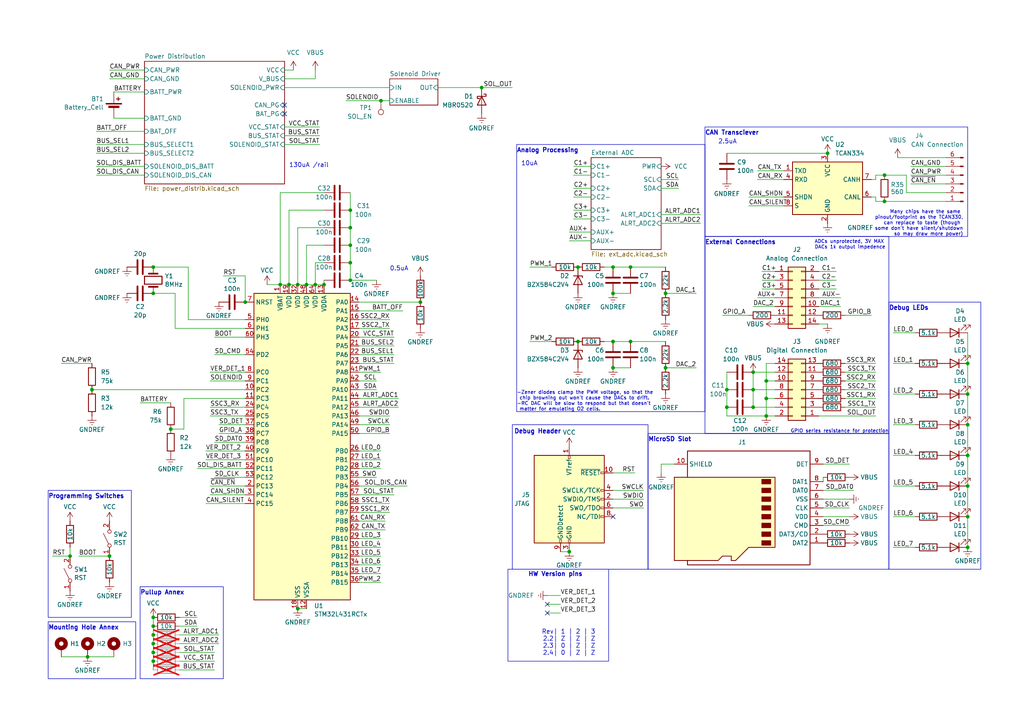
<source format=kicad_sch>
(kicad_sch (version 20250114) (generator "eeschema") (generator_version "9.0")
  (paper "A4")
  (title_block (title "DiveCAN Head") (date "2024-01-08") (rev "2.2 (DRAFT)") (company "Aren Leishman"))
  (rectangle (start 204.47 36.83) (end 280.67 68.58))
  (rectangle (start 149.86 41.91) (end 204.47 119.38))
  (rectangle (start 257.81 87.63) (end 284.48 165.1))
  (rectangle (start 204.47 68.58) (end 257.81 125.73))
  (rectangle (start 13.97 180.34) (end 39.37 196.85))
  (rectangle (start 147.32 165.1) (end 176.53 191.77))
  (rectangle (start 40.64 170.18) (end 64.77 196.85))
  (rectangle (start 187.96 125.73) (end 257.81 165.1))
  (rectangle (start 148.59 123.19) (end 187.96 165.1))
  (rectangle (start 13.97 142.24) (end 38.1 179.07))
  (text "10uA" (at 151.13 48.26 0) (effects (font (size 1.27 1.27)) (justify left bottom)))
  (text "Many chips have the same \npinout/footprint as the TCAN330,\ncan replace to taste (though \nsome don't have silent/shutdown\nso may draw more power)" (at 279.4 68.58 0) (effects (font (size 1 1)) (justify right bottom)))
  (text "HW Version pins" (at 153.162 167.386 0) (effects (font (size 1.27 1.27) (thickness 0.254) (bold yes)) (justify left bottom)))
  (text "MicroSD Slot\n" (at 187.96 128.27 0) (effects (font (size 1.27 1.27) (thickness 0.254) (bold yes)) (justify left bottom)))
  (text "Mounting Hole Annex" (at 13.97 182.88 0) (effects (font (size 1.27 1.27) (thickness 0.254) (bold yes)) (justify left bottom)))
  (text "Pullup Annex\n" (at 40.64 172.72 0) (effects (font (size 1.27 1.27) (thickness 0.254) (bold yes)) (justify left bottom)))
  (text "External Connections" (at 204.47 71.12 0) (effects (font (size 1.27 1.27) (thickness 0.254) (bold yes)) (justify left bottom)))
  (text "ADCs unprotected, 3V MAX\nDACs 1k output impedence" (at 236.22 72.39 0) (effects (font (size 1 1)) (justify left bottom)))
  (text "Programming Switches" (at 13.97 144.78 0) (effects (font (size 1.27 1.27) (thickness 0.254) (bold yes)) (justify left bottom)))
  (text "Debug LEDs\n" (at 257.81 90.17 0) (effects (font (size 1.27 1.27) (thickness 0.254) (bold yes)) (justify left bottom)))
  (text "0.5uA" (at 113.03 78.74 0) (effects (font (size 1.27 1.27)) (justify left bottom)))
  (text "GPIO series resistance for protection" (at 257.81 125.73 0) (effects (font (size 1 1)) (justify right bottom)))
  (text "Rev| 1 | 2 | 3\n2.2| Z | Z | Z\n2.3| 0 | Z | Z\n2.4| 0 | Z | Z" (at 172.72 186.436 0) (effects (font (size 1.27 1.27)) (justify right)))
  (text "-Zener diodes clamp the PWM voltage, so that the \n chip browning out won't cause the DACs to drift. \n-RC DAC will be slow to respond but that doesn't\n matter for emulating O2 cells." (at 149.86 119.38 0) (effects (font (size 1 1)) (justify left bottom)))
  (text "CAN Transciever" (at 204.47 39.37 0) (effects (font (size 1.27 1.27) (thickness 0.254) (bold yes)) (justify left bottom)))
  (text "Debug Header" (at 149.098 125.984 0) (effects (font (size 1.27 1.27) (thickness 0.254) (bold yes)) (justify left bottom)))
  (text "Analog Processing\n" (at 149.86 44.45 0) (effects (font (size 1.27 1.27) (thickness 0.254) (bold yes)) (justify left bottom)))
  (text "2.5uA\n" (at 208.28 41.91 0) (effects (font (size 1.27 1.27)) (justify left bottom)))
  (text "130uA /rail\n\n" (at 83.82 50.8 0) (effects (font (size 1.27 1.27)) (justify left bottom)))
  (junction (at 101.6 60.96))
  (junction (at 177.8 85.09))
  (junction (at 101.6 66.04))
  (junction (at 280.67 132.08))
  (junction (at 177.8 77.47))
  (junction (at 88.9 82.55))
  (junction (at 218.44 107.95))
  (junction (at 280.67 123.19))
  (junction (at 167.64 99.06))
  (junction (at 81.28 82.55))
  (junction (at 44.45 191.77))
  (junction (at 44.45 77.47))
  (junction (at 256.54 58.42))
  (junction (at 165.1 160.02))
  (junction (at 91.44 82.55))
  (junction (at 20.32 161.29))
  (junction (at 280.67 158.75))
  (junction (at 280.67 114.3))
  (junction (at 193.04 85.09))
  (junction (at 240.03 44.45))
  (junction (at 44.45 179.07))
  (junction (at 101.6 81.28))
  (junction (at 110.49 29.21))
  (junction (at 193.04 106.68))
  (junction (at 280.67 140.97))
  (junction (at 121.92 87.63))
  (junction (at 210.82 118.11))
  (junction (at 218.44 113.03))
  (junction (at 49.53 124.46))
  (junction (at 182.88 99.06))
  (junction (at 222.25 115.57))
  (junction (at 93.98 82.55))
  (junction (at 182.88 77.47))
  (junction (at 177.8 99.06))
  (junction (at 101.6 71.12))
  (junction (at 25.4 190.5))
  (junction (at 101.6 76.2))
  (junction (at 44.45 189.23))
  (junction (at 139.7 25.4))
  (junction (at 31.75 161.29))
  (junction (at 222.25 110.49))
  (junction (at 222.25 120.65))
  (junction (at 71.12 87.63))
  (junction (at 280.67 105.41))
  (junction (at 44.45 184.15))
  (junction (at 44.45 181.61))
  (junction (at 44.45 186.69))
  (junction (at 210.82 113.03))
  (junction (at 167.64 77.47))
  (junction (at 86.36 82.55))
  (junction (at 280.67 149.86))
  (junction (at 86.36 176.53))
  (junction (at 256.54 50.8))
  (junction (at 83.82 82.55))
  (junction (at 177.8 106.68))
  (junction (at 44.45 85.09))
  (junction (at 218.44 118.11))
  (junction (at 26.67 113.03))
  (no_connect (at 177.8 149.86))
  (no_connect (at 158.75 175.26))
  (no_connect (at 82.55 30.48))
  (no_connect (at 82.55 33.02))
  (no_connect (at 158.75 177.8))
  (wire (pts (xy 259.08 123.19) (xy 265.43 123.19)))
  (wire (pts (xy 101.6 76.2) (xy 101.6 81.28)))
  (wire (pts (xy 62.23 138.43) (xy 71.12 138.43)))
  (wire (pts (xy 31.75 20.32) (xy 41.91 20.32)))
  (wire (pts (xy 86.36 82.55) (xy 88.9 82.55)))
  (wire (pts (xy 177.8 147.32) (xy 186.69 147.32)))
  (wire (pts (xy 219.71 52.07) (xy 227.33 52.07)))
  (wire (pts (xy 245.11 91.44) (xy 252.73 91.44)))
  (wire (pts (xy 104.14 87.63) (xy 121.92 87.63)))
  (wire (pts (xy 101.6 60.96) (xy 101.6 66.04)))
  (wire (pts (xy 177.8 77.47) (xy 182.88 77.47)))
  (wire (pts (xy 177.8 77.47) (xy 175.26 77.47)))
  (wire (pts (xy 114.3 143.51) (xy 104.14 143.51)))
  (wire (pts (xy 71.12 92.71) (xy 54.61 92.71)))
  (wire (pts (xy 81.28 55.88) (xy 81.28 82.55)))
  (wire (pts (xy 53.34 115.57) (xy 71.12 115.57)))
  (wire (pts (xy 22.86 161.29) (xy 31.75 161.29)))
  (wire (pts (xy 15.24 161.29) (xy 20.32 161.29)))
  (wire (pts (xy 71.12 87.63) (xy 71.12 80.01)))
  (wire (pts (xy 220.98 83.82) (xy 224.79 83.82)))
  (wire (pts (xy 191.77 54.61) (xy 196.85 54.61)))
  (wire (pts (xy 219.71 49.53) (xy 227.33 49.53)))
  (wire (pts (xy 17.78 190.5) (xy 25.4 190.5)))
  (wire (pts (xy 158.75 172.72) (xy 162.56 172.72)))
  (wire (pts (xy 44.45 184.15) (xy 44.45 186.69)))
  (wire (pts (xy 166.37 57.15) (xy 171.45 57.15)))
  (wire (pts (xy 50.8 85.09) (xy 50.8 95.25)))
  (wire (pts (xy 259.08 132.08) (xy 265.43 132.08)))
  (wire (pts (xy 280.67 114.3) (xy 280.67 123.19)))
  (wire (pts (xy 53.34 124.46) (xy 53.34 115.57)))
  (wire (pts (xy 158.75 177.8) (xy 162.56 177.8)))
  (wire (pts (xy 220.98 81.28) (xy 224.79 81.28)))
  (wire (pts (xy 259.08 96.52) (xy 265.43 96.52)))
  (wire (pts (xy 217.17 57.15) (xy 227.33 57.15)))
  (wire (pts (xy 77.47 82.55) (xy 81.28 82.55)))
  (wire (pts (xy 210.82 120.65) (xy 222.25 120.65)))
  (wire (pts (xy 71.12 125.73) (xy 63.5 125.73)))
  (wire (pts (xy 177.8 99.06) (xy 182.88 99.06)))
  (wire (pts (xy 259.08 105.41) (xy 265.43 105.41)))
  (wire (pts (xy 44.45 179.07) (xy 44.45 181.61)))
  (wire (pts (xy 110.49 161.29) (xy 104.14 161.29)))
  (wire (pts (xy 177.8 99.06) (xy 175.26 99.06)))
  (wire (pts (xy 259.08 140.97) (xy 265.43 140.97)))
  (wire (pts (xy 100.33 29.21) (xy 110.49 29.21)))
  (wire (pts (xy 220.98 78.74) (xy 224.79 78.74)))
  (wire (pts (xy 44.45 189.23) (xy 44.45 191.77)))
  (wire (pts (xy 177.8 144.78) (xy 186.69 144.78)))
  (wire (pts (xy 237.49 88.9) (xy 243.84 88.9)))
  (wire (pts (xy 62.23 191.77) (xy 52.07 191.77)))
  (wire (pts (xy 224.79 88.9) (xy 218.44 88.9)))
  (wire (pts (xy 27.94 38.1) (xy 41.91 38.1)))
  (wire (pts (xy 219.71 86.36) (xy 224.79 86.36)))
  (wire (pts (xy 62.23 97.79) (xy 71.12 97.79)))
  (wire (pts (xy 254 57.15) (xy 254 58.42)))
  (wire (pts (xy 246.38 144.78) (xy 238.76 144.78)))
  (wire (pts (xy 238.76 134.62) (xy 246.38 134.62)))
  (wire (pts (xy 193.04 106.68) (xy 201.93 106.68)))
  (wire (pts (xy 104.14 148.59) (xy 113.03 148.59)))
  (wire (pts (xy 210.82 118.11) (xy 210.82 120.65)))
  (wire (pts (xy 83.82 60.96) (xy 93.98 60.96)))
  (wire (pts (xy 110.49 158.75) (xy 104.14 158.75)))
  (wire (pts (xy 86.36 176.53) (xy 88.9 176.53)))
  (wire (pts (xy 177.8 142.24) (xy 186.69 142.24)))
  (wire (pts (xy 110.49 133.35) (xy 104.14 133.35)))
  (wire (pts (xy 86.36 82.55) (xy 86.36 66.04)))
  (wire (pts (xy 91.44 20.32) (xy 91.44 22.86)))
  (wire (pts (xy 158.75 175.26) (xy 162.56 175.26)))
  (wire (pts (xy 62.23 102.87) (xy 71.12 102.87)))
  (wire (pts (xy 86.36 66.04) (xy 93.98 66.04)))
  (wire (pts (xy 93.98 81.28) (xy 93.98 82.55)))
  (wire (pts (xy 222.25 115.57) (xy 224.79 115.57)))
  (wire (pts (xy 218.44 107.95) (xy 218.44 113.03)))
  (wire (pts (xy 114.3 100.33) (xy 104.14 100.33)))
  (wire (pts (xy 91.44 76.2) (xy 93.98 76.2)))
  (wire (pts (xy 88.9 71.12) (xy 93.98 71.12)))
  (wire (pts (xy 217.17 59.69) (xy 227.33 59.69)))
  (wire (pts (xy 104.14 115.57) (xy 115.57 115.57)))
  (wire (pts (xy 110.49 130.81) (xy 104.14 130.81)))
  (wire (pts (xy 116.84 90.17) (xy 104.14 90.17)))
  (wire (pts (xy 101.6 55.88) (xy 101.6 60.96)))
  (wire (pts (xy 44.45 191.77) (xy 44.45 194.31)))
  (wire (pts (xy 238.76 142.24) (xy 247.65 142.24)))
  (wire (pts (xy 62.23 194.31) (xy 52.07 194.31)))
  (wire (pts (xy 191.77 134.62) (xy 195.58 134.62)))
  (wire (pts (xy 254 52.07) (xy 254 50.8)))
  (wire (pts (xy 81.28 82.55) (xy 83.82 82.55)))
  (wire (pts (xy 166.37 60.96) (xy 171.45 60.96)))
  (wire (pts (xy 82.55 20.32) (xy 85.09 20.32)))
  (wire (pts (xy 44.45 186.69) (xy 44.45 189.23)))
  (wire (pts (xy 264.16 50.8) (xy 274.32 50.8)))
  (wire (pts (xy 40.64 116.84) (xy 49.53 116.84)))
  (wire (pts (xy 104.14 125.73) (xy 113.03 125.73)))
  (wire (pts (xy 88.9 82.55) (xy 91.44 82.55)))
  (wire (pts (xy 64.77 80.01) (xy 71.12 80.01)))
  (wire (pts (xy 83.82 82.55) (xy 83.82 60.96)))
  (wire (pts (xy 62.23 128.27) (xy 71.12 128.27)))
  (wire (pts (xy 256.54 58.42) (xy 274.32 58.42)))
  (wire (pts (xy 91.44 82.55) (xy 91.44 76.2)))
  (wire (pts (xy 104.14 123.19) (xy 113.03 123.19)))
  (wire (pts (xy 59.69 146.05) (xy 71.12 146.05)))
  (wire (pts (xy 104.14 151.13) (xy 111.76 151.13)))
  (wire (pts (xy 104.14 107.95) (xy 110.49 107.95)))
  (wire (pts (xy 280.67 140.97) (xy 280.67 149.86)))
  (wire (pts (xy 104.14 153.67) (xy 111.76 153.67)))
  (wire (pts (xy 44.45 181.61) (xy 44.45 184.15)))
  (wire (pts (xy 33.02 34.29) (xy 41.91 34.29)))
  (wire (pts (xy 82.55 25.4) (xy 113.03 25.4)))
  (wire (pts (xy 260.35 45.72) (xy 274.32 45.72)))
  (wire (pts (xy 237.49 86.36) (xy 243.84 86.36)))
  (wire (pts (xy 52.07 186.69) (xy 63.5 186.69)))
  (wire (pts (xy 25.4 190.5) (xy 33.02 190.5)))
  (wire (pts (xy 218.44 113.03) (xy 224.79 113.03)))
  (wire (pts (xy 182.88 77.47) (xy 193.04 77.47)))
  (wire (pts (xy 104.14 92.71) (xy 113.03 92.71)))
  (wire (pts (xy 280.67 123.19) (xy 280.67 132.08)))
  (wire (pts (xy 59.69 133.35) (xy 71.12 133.35)))
  (wire (pts (xy 237.49 81.28) (xy 242.57 81.28)))
  (wire (pts (xy 166.37 63.5) (xy 171.45 63.5)))
  (wire (pts (xy 254 52.07) (xy 252.73 52.07)))
  (wire (pts (xy 237.49 78.74) (xy 242.57 78.74)))
  (wire (pts (xy 177.8 106.68) (xy 182.88 106.68)))
  (wire (pts (xy 104.14 118.11) (xy 115.57 118.11)))
  (wire (pts (xy 110.49 29.21) (xy 113.03 29.21)))
  (wire (pts (xy 91.44 82.55) (xy 93.98 82.55)))
  (wire (pts (xy 50.8 95.25) (xy 71.12 95.25)))
  (wire (pts (xy 245.11 107.95) (xy 254 107.95)))
  (wire (pts (xy 139.7 25.4) (xy 148.59 25.4)))
  (wire (pts (xy 191.77 64.77) (xy 203.2 64.77)))
  (wire (pts (xy 238.76 138.43) (xy 238.76 139.7)))
  (wire (pts (xy 60.96 120.65) (xy 71.12 120.65)))
  (wire (pts (xy 104.14 113.03) (xy 109.22 113.03)))
  (wire (pts (xy 166.37 54.61) (xy 171.45 54.61)))
  (wire (pts (xy 127 25.4) (xy 139.7 25.4)))
  (wire (pts (xy 54.61 92.71) (xy 54.61 77.47)))
  (wire (pts (xy 17.78 105.41) (xy 26.67 105.41)))
  (wire (pts (xy 101.6 71.12) (xy 101.6 76.2)))
  (wire (pts (xy 224.79 105.41) (xy 222.25 105.41)))
  (wire (pts (xy 71.12 113.03) (xy 26.67 113.03)))
  (wire (pts (xy 222.25 110.49) (xy 224.79 110.49)))
  (wire (pts (xy 222.25 105.41) (xy 222.25 110.49)))
  (wire (pts (xy 191.77 137.16) (xy 191.77 134.62)))
  (wire (pts (xy 60.96 140.97) (xy 71.12 140.97)))
  (wire (pts (xy 259.08 158.75) (xy 265.43 158.75)))
  (wire (pts (xy 245.11 113.03) (xy 254 113.03)))
  (wire (pts (xy 104.14 110.49) (xy 109.22 110.49)))
  (wire (pts (xy 165.1 69.85) (xy 171.45 69.85)))
  (wire (pts (xy 184.15 137.16) (xy 177.8 137.16)))
  (wire (pts (xy 210.82 107.95) (xy 210.82 113.03)))
  (wire (pts (xy 191.77 52.07) (xy 196.85 52.07)))
  (wire (pts (xy 280.67 149.86) (xy 280.67 158.75)))
  (wire (pts (xy 166.37 48.26) (xy 171.45 48.26)))
  (wire (pts (xy 177.8 85.09) (xy 182.88 85.09)))
  (wire (pts (xy 222.25 115.57) (xy 222.25 120.65)))
  (wire (pts (xy 33.02 26.67) (xy 41.91 26.67)))
  (wire (pts (xy 259.08 149.86) (xy 265.43 149.86)))
  (wire (pts (xy 104.14 95.25) (xy 113.03 95.25)))
  (wire (pts (xy 60.96 110.49) (xy 71.12 110.49)))
  (wire (pts (xy 31.75 22.86) (xy 41.91 22.86)))
  (wire (pts (xy 54.61 77.47) (xy 44.45 77.47)))
  (wire (pts (xy 245.11 115.57) (xy 254 115.57)))
  (wire (pts (xy 262.89 50.8) (xy 262.89 55.88)))
  (wire (pts (xy 104.14 146.05) (xy 113.03 146.05)))
  (wire (pts (xy 104.14 168.91) (xy 110.49 168.91)))
  (wire (pts (xy 92.71 39.37) (xy 82.55 39.37)))
  (wire (pts (xy 110.49 156.21) (xy 104.14 156.21)))
  (wire (pts (xy 110.49 166.37) (xy 104.14 166.37)))
  (wire (pts (xy 259.08 114.3) (xy 265.43 114.3)))
  (wire (pts (xy 104.14 138.43) (xy 109.22 138.43)))
  (wire (pts (xy 60.96 107.95) (xy 71.12 107.95)))
  (wire (pts (xy 91.44 22.86) (xy 82.55 22.86)))
  (wire (pts (xy 92.71 36.83) (xy 82.55 36.83)))
  (wire (pts (xy 245.11 110.49) (xy 254 110.49)))
  (wire (pts (xy 238.76 147.32) (xy 246.38 147.32)))
  (wire (pts (xy 245.11 118.11) (xy 254 118.11)))
  (wire (pts (xy 246.38 149.86) (xy 238.76 149.86)))
  (wire (pts (xy 162.56 160.02) (xy 165.1 160.02)))
  (wire (pts (xy 110.49 163.83) (xy 104.14 163.83)))
  (wire (pts (xy 210.82 44.45) (xy 240.03 44.45)))
  (wire (pts (xy 59.69 130.81) (xy 71.12 130.81)))
  (wire (pts (xy 83.82 82.55) (xy 86.36 82.55)))
  (wire (pts (xy 60.96 143.51) (xy 71.12 143.51)))
  (wire (pts (xy 114.3 97.79) (xy 104.14 97.79)))
  (wire (pts (xy 27.94 50.8) (xy 41.91 50.8)))
  (wire (pts (xy 166.37 50.8) (xy 171.45 50.8)))
  (wire (pts (xy 101.6 81.28) (xy 109.22 81.28)))
  (wire (pts (xy 280.67 105.41) (xy 280.67 114.3)))
  (wire (pts (xy 218.44 107.95) (xy 224.79 107.95)))
  (wire (pts (xy 193.04 85.09) (xy 201.93 85.09)))
  (wire (pts (xy 254 50.8) (xy 256.54 50.8)))
  (wire (pts (xy 71.12 123.19) (xy 63.5 123.19)))
  (wire (pts (xy 52.07 181.61) (xy 57.15 181.61)))
  (wire (pts (xy 245.11 105.41) (xy 254 105.41)))
  (wire (pts (xy 114.3 102.87) (xy 104.14 102.87)))
  (wire (pts (xy 52.07 179.07) (xy 57.15 179.07)))
  (wire (pts (xy 160.02 99.06) (xy 153.67 99.06)))
  (wire (pts (xy 52.07 184.15) (xy 63.5 184.15)))
  (wire (pts (xy 237.49 83.82) (xy 242.57 83.82)))
  (wire (pts (xy 27.94 44.45) (xy 41.91 44.45)))
  (wire (pts (xy 217.17 91.44) (xy 209.55 91.44)))
  (wire (pts (xy 88.9 82.55) (xy 88.9 71.12)))
  (wire (pts (xy 104.14 140.97) (xy 118.11 140.97)))
  (wire (pts (xy 165.1 67.31) (xy 171.45 67.31)))
  (wire (pts (xy 237.49 120.65) (xy 254 120.65)))
  (wire (pts (xy 44.45 85.09) (xy 50.8 85.09)))
  (wire (pts (xy 93.98 55.88) (xy 81.28 55.88)))
  (wire (pts (xy 254 58.42) (xy 256.54 58.42)))
  (wire (pts (xy 218.44 118.11) (xy 224.79 118.11)))
  (wire (pts (xy 57.15 135.89) (xy 71.12 135.89)))
  (wire (pts (xy 191.77 62.23) (xy 203.2 62.23)))
  (wire (pts (xy 160.02 77.47) (xy 153.67 77.47)))
  (wire (pts (xy 27.94 48.26) (xy 41.91 48.26)))
  (wire (pts (xy 182.88 99.06) (xy 193.04 99.06)))
  (wire (pts (xy 49.53 124.46) (xy 53.34 124.46)))
  (wire (pts (xy 60.96 118.11) (xy 71.12 118.11)))
  (wire (pts (xy 101.6 66.04) (xy 101.6 71.12)))
  (wire (pts (xy 20.32 158.75) (xy 20.32 161.29)))
  (wire (pts (xy 110.49 135.89) (xy 104.14 135.89)))
  (wire (pts (xy 224.79 120.65) (xy 222.25 120.65)))
  (wire (pts (xy 218.44 118.11) (xy 218.44 113.03)))
  (wire (pts (xy 264.16 53.34) (xy 274.32 53.34)))
  (wire (pts (xy 240.03 93.98) (xy 237.49 93.98)))
  (wire (pts (xy 104.14 120.65) (xy 113.03 120.65)))
  (wire (pts (xy 256.54 50.8) (xy 262.89 50.8)))
  (wire (pts (xy 264.16 48.26) (xy 274.32 48.26)))
  (wire (pts (xy 92.71 41.91) (xy 82.55 41.91)))
  (wire (pts (xy 262.89 55.88) (xy 274.32 55.88)))
  (wire (pts (xy 210.82 113.03) (xy 210.82 118.11)))
  (wire (pts (xy 222.25 110.49) (xy 222.25 115.57)))
  (wire (pts (xy 254 57.15) (xy 252.73 57.15)))
  (wire (pts (xy 280.67 96.52) (xy 280.67 105.41)))
  (wire (pts (xy 238.76 152.4) (xy 246.38 152.4)))
  (wire (pts (xy 27.94 41.91) (xy 41.91 41.91)))
  (wire (pts (xy 114.3 105.41) (xy 104.14 105.41)))
  (wire (pts (xy 280.67 132.08) (xy 280.67 140.97)))
  (wire (pts (xy 62.23 189.23) (xy 52.07 189.23)))
  (label "CAN_TX" (at 111.76 153.67 180))
  (label "BATT_OFF" (at 27.94 38.1 0))
  (label "GPIO_A" (at 209.55 91.44 0))
  (label "SOLENOID" (at 100.33 29.21 0))
  (label "GPIO_B" (at 252.73 91.44 180))
  (label "RST" (at 64.77 80.01 0))
  (label "LED_6" (at 259.08 149.86 0))
  (label "AUX-" (at 243.84 86.36 180))
  (label "GPIO_B" (at 113.03 125.73 180))
  (label "VCC_STAT" (at 114.3 97.79 180))
  (label "CAN_PWR" (at 31.75 20.32 0))
  (label "SWDIO" (at 186.69 144.78 180))
  (label "SSC3_TX" (at 254 107.95 180))
  (label "LED_1" (at 259.08 105.41 0))
  (label "ALRT_ADC1" (at 63.5 184.15 180))
  (label "SOL_OUT" (at 148.59 25.4 180))
  (label "SOL_DIS_CAN" (at 118.11 140.97 180))
  (label "CAN_TX" (at 219.71 49.53 0))
  (label "BOOT" (at 22.86 161.29 0))
  (label "LED_1" (at 110.49 133.35 180))
  (label "BATTERY" (at 33.02 26.67 0))
  (label "BUS_SEL2" (at 27.94 44.45 0))
  (label "RST" (at 184.15 137.16 180))
  (label "RST" (at 15.24 161.29 0))
  (label "BATTERY" (at 40.64 116.84 0))
  (label "CAN_GND" (at 31.75 22.86 0))
  (label "VCC_STAT" (at 92.71 36.83 180))
  (label "C1+" (at 220.98 78.74 0))
  (label "DAC_1" (at 243.84 88.9 180))
  (label "PWM_1" (at 110.49 107.95 180))
  (label "C3+" (at 166.37 60.96 0))
  (label "AUX-" (at 165.1 69.85 0))
  (label "SSC1_TX" (at 113.03 146.05 180))
  (label "SOL_DIS_BATT" (at 57.15 135.89 0))
  (label "SOL_STAT" (at 114.3 143.51 180))
  (label "~{CAN_EN}" (at 60.96 140.97 0))
  (label "SSC1_RX" (at 254 115.57 180))
  (label "DAC_2" (at 201.93 106.68 180))
  (label "C3+" (at 220.98 83.82 0))
  (label "C2-" (at 242.57 81.28 180))
  (label "VER_DET_1" (at 60.96 107.95 0))
  (label "C1-" (at 166.37 50.8 0))
  (label "ALRT_ADC1" (at 203.2 62.23 180))
  (label "LED_6" (at 110.49 163.83 180))
  (label "BUS_STAT" (at 92.71 39.37 180))
  (label "CAN_PWR" (at 17.78 105.41 0))
  (label "VER_DET_3" (at 162.56 177.8 0))
  (label "VER_DET_2" (at 162.56 175.26 0))
  (label "CAN_SILENT" (at 59.69 146.05 0))
  (label "LED_3" (at 110.49 156.21 180))
  (label "C2-" (at 166.37 57.15 0))
  (label "C1-" (at 242.57 78.74 180))
  (label "SSC2_TX" (at 254 113.03 180))
  (label "SWCLK" (at 186.69 142.24 180))
  (label "SDA" (at 196.85 54.61 180))
  (label "CAN_SILENT" (at 217.17 59.69 0))
  (label "LED_3" (at 259.08 123.19 0))
  (label "SD_DET" (at 63.5 123.19 0))
  (label "SWCLK" (at 113.03 123.19 180))
  (label "VER_DET_3" (at 59.69 133.35 0))
  (label "DAC_1" (at 201.93 85.09 180))
  (label "ALRT_ADC2" (at 115.57 118.11 180))
  (label "SSC1_TX" (at 254 118.11 180))
  (label "C3-" (at 242.57 83.82 180))
  (label "SD_CMD" (at 246.38 152.4 180))
  (label "AUX+" (at 165.1 67.31 0))
  (label "C2+" (at 166.37 54.61 0))
  (label "LED_7" (at 110.49 166.37 180))
  (label "SOL_STAT" (at 62.23 189.23 180))
  (label "LED_0" (at 259.08 96.52 0))
  (label "SDA" (at 57.15 181.61 180))
  (label "C3-" (at 166.37 63.5 0))
  (label "SD_DAT0" (at 247.65 142.24 180))
  (label "LED_4" (at 110.49 158.75 180))
  (label "CAN_SHDN" (at 217.17 57.15 0))
  (label "LED_0" (at 110.49 130.81 180))
  (label "SWO" (at 186.69 147.32 180))
  (label "SD_CLK" (at 62.23 138.43 0))
  (label "LED_5" (at 110.49 161.29 180))
  (label "ALRT_ADC1" (at 115.57 115.57 180))
  (label "SOLENOID" (at 60.96 110.49 0))
  (label "VER_DET_1" (at 162.56 172.72 0))
  (label "SSC1_RX" (at 113.03 148.59 180))
  (label "SCL" (at 196.85 52.07 180))
  (label "VER_DET_2" (at 59.69 130.81 0))
  (label "BUS_STAT" (at 62.23 194.31 180))
  (label "C2+" (at 220.98 81.28 0))
  (label "PWM_2" (at 153.67 99.06 0))
  (label "CAN_GND" (at 264.16 48.26 0))
  (label "SOL_STAT" (at 92.71 41.91 180))
  (label "SCL" (at 109.22 110.49 180))
  (label "CAN_PWR" (at 264.16 50.8 0))
  (label "PWM_1" (at 153.67 77.47 0))
  (label "BATT_OFF" (at 116.84 90.17 180))
  (label "SSC3_TX" (at 60.96 120.65 0))
  (label "BUS_SEL1" (at 114.3 102.87 180))
  (label "ALRT_ADC2" (at 203.2 64.77 180))
  (label "LED_4" (at 259.08 132.08 0))
  (label "GPIO_A" (at 63.5 125.73 0))
  (label "CAN_RX" (at 219.71 52.07 0))
  (label "SWDIO" (at 113.03 120.65 180))
  (label "SCL" (at 57.15 179.07 180))
  (label "BUS_STAT" (at 114.3 105.41 180))
  (label "LED_2" (at 259.08 114.3 0))
  (label "BUS_SEL2" (at 114.3 100.33 180))
  (label "SDA" (at 109.22 113.03 180))
  (label "SOL_OUT" (at 254 120.65 180))
  (label "SD_DET" (at 246.38 134.62 180))
  (label "AUX+" (at 219.71 86.36 0))
  (label "SD_CLK" (at 246.38 147.32 180))
  (label "BUS_SEL1" (at 27.94 41.91 0))
  (label "DAC_2" (at 218.44 88.9 0))
  (label "CAN_RX" (at 111.76 151.13 180))
  (label "SSC3_RX" (at 60.96 118.11 0))
  (label "SSC2_RX" (at 113.03 92.71 180))
  (label "ALRT_ADC2" (at 63.5 186.69 180))
  (label "PWM_2" (at 110.49 168.91 180))
  (label "SD_CMD" (at 62.23 102.87 0))
  (label "C1+" (at 166.37 48.26 0))
  (label "LED_7" (at 259.08 158.75 0))
  (label "SOL_DIS_BATT" (at 27.94 48.26 0))
  (label "VCC_STAT" (at 62.23 191.77 180))
  (label "SSC2_RX" (at 254 110.49 180))
  (label "SSC3_RX" (at 254 105.41 180))
  (label "SSC2_TX" (at 113.03 95.25 180))
  (label "LED_5" (at 259.08 140.97 0))
  (label "~{CAN_EN}" (at 264.16 53.34 0))
  (label "CAN_SHDN" (at 60.96 143.51 0))
  (label "LED_2" (at 110.49 135.89 180))
  (label "SWO" (at 109.22 138.43 180))
  (label "SD_DAT0" (at 62.23 128.27 0))
  (label "BOOT" (at 62.23 97.79 0))
  (label "SOL_DIS_CAN" (at 27.94 50.8 0))
  (symbol (lib_id "Library:R") (at 193.04 110.49 0) (mirror y) (unit 1)
    (property "Reference" "R23" (effects (hide yes)))
    (property "Value" "2.2k" (at 193.04 110.49 90))
    (property "Footprint" "Resistor_SMD:R_0402_1005Metric" (effects (hide yes)))
    (property "MPN" "C25879" (effects (hide yes)))
  )
  (symbol (lib_id "power:GNDREF") (at 177.8 85.09 0) (mirror y) (unit 1)
    (property "Reference" "#PWR023" (effects (hide yes)))
    (property "Value" "GNDREF" (at 177.8 89.035 0))
  )
  (symbol (lib_id "power:VBUS") (at 246.38 138.43 270) (unit 1)
    (property "Reference" "#PWR039" (effects (hide yes)))
    (property "Value" "VBUS" (at 249.555 138.43 90) (effects (justify left)))
  )
  (symbol (lib_id "power:GNDREF") (at 193.04 114.3 0) (mirror y) (unit 1)
    (property "Reference" "#PWR028" (effects (hide yes)))
    (property "Value" "GNDREF" (at 193.04 118.245 0))
  )
  (symbol (lib_id "Library:R") (at 269.24 132.08 270) (unit 1)
    (property "Reference" "R40" (effects (hide yes)))
    (property "Value" "5.1k" (at 269.24 132.08 90))
    (property "Footprint" "Resistor_SMD:R_0402_1005Metric" (effects (hide yes)))
    (property "MPN" "C25905" (effects (hide yes)))
  )
  (symbol (lib_id "Library:MBR0520") (at 139.7 29.21 270) (unit 1)
    (property "Reference" "D1" (at 134.62 27.94 90) (effects (justify left)))
    (property "Value" "MBR0520" (at 128.27 30.48 90) (effects (justify left)))
    (property "Footprint" "Diode_SMD:D_SOD-123" (effects (hide yes)))
    (property "Datasheet" "http://www.mccsemi.com/up_pdf/MBR0520~MBR0580(SOD123).pdf" (effects (hide yes)))
    (property "MPN" "C5204745" (effects (hide yes)))
  )
  (symbol (lib_id "power:VCC") (at 191.77 48.26 270) (unit 1)
    (property "Reference" "#PWR025" (effects (hide yes)))
    (property "Value" "VCC" (at 195.58 48.26 90) (effects (justify left)))
  )
  (symbol (lib_id "Library:LED") (at 276.86 149.86 180) (unit 1)
    (property "Reference" "D10" (at 278.4475 143.5567 0))
    (property "Value" "LED" (at 278.4475 145.9809 0))
    (property "Footprint" "LED_SMD:LED_0805_2012Metric" (effects (hide yes)))
    (property "MPN" "C84256" (effects (hide yes)))
  )
  (symbol (lib_id "Library:R") (at 48.26 189.23 90) (unit 1) (dnp yes)
    (property "Reference" "R11" (effects (hide yes)))
    (property "Value" "10k" (at 48.26 189.23 90))
    (property "Footprint" "Resistor_SMD:R_0402_1005Metric" (effects (hide yes)))
    (property "MPN" "C25744" (effects (hide yes)))
  )
  (symbol (lib_id "Project:R") (at 241.3 113.03 270) (mirror x) (unit 1)
    (property "Reference" "R29" (effects (hide yes)))
    (property "Value" "680" (at 241.3 113.03 90))
    (property "Footprint" "Resistor_SMD:R_0402_1005Metric" (effects (hide yes)))
    (property "MPN" "C25130" (effects (hide yes)))
  )
  (symbol (lib_id "power:GNDREF") (at 222.25 120.65 0) (unit 1)
    (property "Reference" "#PWR031" (effects (hide yes)))
    (property "Value" "GNDREF" (at 222.25 124.595 0))
  )
  (symbol (lib_id "Library:R") (at 242.57 154.94 90) (unit 1)
    (property "Reference" "R33" (effects (hide yes)))
    (property "Value" "10k" (at 242.57 154.94 90))
    (property "Footprint" "Resistor_SMD:R_0402_1005Metric" (effects (hide yes)))
    (property "MPN" "C25744" (effects (hide yes)))
  )
  (symbol (lib_id "power:GNDREF") (at 167.64 85.09 0) (mirror y) (unit 1)
    (property "Reference" "#PWR021" (effects (hide yes)))
    (property "Value" "GNDREF" (at 167.64 89.035 0))
  )
  (symbol (lib_id "power:VBUS") (at 246.38 154.94 270) (unit 1)
    (property "Reference" "#PWR017" (effects (hide yes)))
    (property "Value" "VBUS" (at 249.555 154.94 90) (effects (justify left)))
  )
  (symbol (lib_id "power:VCC") (at 31.75 151.13 0) (unit 1)
    (property "Reference" "#PWR06" (effects (hide yes)))
    (property "Value" "VCC" (at 31.75 146.9969 0))
  )
  (symbol (lib_id "Project:R") (at 241.3 107.95 270) (mirror x) (unit 1)
    (property "Reference" "R27" (effects (hide yes)))
    (property "Value" "680" (at 241.3 107.95 90))
    (property "Footprint" "Resistor_SMD:R_0402_1005Metric" (effects (hide yes)))
    (property "MPN" "C25130" (effects (hide yes)))
  )
  (symbol (lib_id "Library:R") (at 48.26 194.31 90) (unit 1) (dnp yes)
    (property "Reference" "R13" (effects (hide yes)))
    (property "Value" "10k" (at 48.26 194.31 90))
    (property "Footprint" "Resistor_SMD:R_0402_1005Metric" (effects (hide yes)))
    (property "MPN" "C25744" (effects (hide yes)))
  )
  (symbol (lib_id "power:VCC") (at 20.32 151.13 0) (unit 1)
    (property "Reference" "#PWR01" (effects (hide yes)))
    (property "Value" "VCC" (at 20.32 146.9969 0))
  )
  (symbol (lib_id "Library:R") (at 49.53 120.65 0) (unit 1)
    (property "Reference" "R6" (at 46.99 119.38 0) (effects (justify right)))
    (property "Value" "75k" (at 46.99 121.92 0) (effects (justify right)))
    (property "Footprint" "Resistor_SMD:R_0402_1005Metric" (effects (hide yes)))
    (property "MPN" "C25798" (effects (hide yes)))
  )
  (symbol (lib_id "Library:C") (at 177.8 102.87 180) (unit 1)
    (property "Reference" "C6" (at 175.26 101.6 0) (effects (justify left)))
    (property "Value" "100n" (at 175.26 104.14 0) (effects (justify left)))
    (property "Footprint" "Capacitor_SMD:C_0603_1608Metric" (effects (hide yes)))
    (property "MPN" "C14663" (effects (hide yes)))
  )
  (symbol (lib_id "Library:C") (at 182.88 102.87 180) (unit 1)
    (property "Reference" "C8" (at 185.42 101.6 0) (effects (justify right)))
    (property "Value" "100n" (at 185.42 104.14 0) (effects (justify right)))
    (property "Footprint" "Capacitor_SMD:C_0603_1608Metric" (effects (hide yes)))
    (property "MPN" "C14663" (effects (hide yes)))
  )
  (symbol (lib_id "Library:C") (at 97.79 76.2 270) (unit 1)
    (property "Reference" "C28" (at 93.98 74.93 90))
    (property "Value" "100n" (at 93.98 77.47 90))
    (property "Footprint" "Capacitor_SMD:C_0603_1608Metric" (effects (hide yes)))
    (property "MPN" "C14663" (effects (hide yes)))
  )
  (symbol (lib_id "Project:R") (at 241.3 110.49 270) (mirror x) (unit 1)
    (property "Reference" "R28" (effects (hide yes)))
    (property "Value" "680" (at 241.3 110.49 90))
    (property "Footprint" "Resistor_SMD:R_0402_1005Metric" (effects (hide yes)))
    (property "MPN" "C25130" (effects (hide yes)))
  )
  (symbol (lib_id "Library:C") (at 40.64 77.47 90) (unit 1)
    (property "Reference" "C1" (effects (hide yes)))
    (property "Value" "20p" (at 40.64 73.5909 90))
    (property "Footprint" "Capacitor_SMD:C_0603_1608Metric" (effects (hide yes)))
    (property "MPN" "C325469" (effects (hide yes)))
  )
  (symbol (lib_id "Library:C") (at 182.88 81.28 180) (unit 1)
    (property "Reference" "C7" (at 185.42 80.01 0) (effects (justify right)))
    (property "Value" "100n" (at 185.42 82.55 0) (effects (justify right)))
    (property "Footprint" "Capacitor_SMD:C_0603_1608Metric" (effects (hide yes)))
    (property "MPN" "C14663" (effects (hide yes)))
  )
  (symbol (lib_id "Library:R") (at 256.54 54.61 0) (unit 1)
    (property "Reference" "R35" (at 258.318 53.586 0) (effects (justify left)))
    (property "Value" "560" (at 258.318 55.634 0) (effects (justify left)))
    (property "Footprint" "Resistor_SMD:R_0402_1005Metric" (effects (hide yes)))
    (property "MPN" "C163460" (effects (hide yes)))
  )
  (symbol (lib_id "Device:Crystal") (at 44.45 81.28 90) (unit 1)
    (property "Reference" "Y1" (at 47.7774 80.0679 90) (effects (justify right)))
    (property "Value" "8MHz" (at 47.7774 82.4921 90) (effects (justify right)))
    (property "Footprint" "Crystal:Crystal_SMD_HC49-SD" (effects (hide yes)))
    (property "MPN" "C963524" (effects (hide yes)))
  )
  (symbol (lib_id "Library:R") (at 26.67 116.84 0) (unit 1)
    (property "Reference" "R3" (at 29.21 115.57 0) (effects (justify left)))
    (property "Value" "12k" (at 29.21 118.11 0) (effects (justify left)))
    (property "Footprint" "Resistor_SMD:R_0402_1005Metric" (effects (hide yes)))
    (property "MPN" "C25752" (effects (hide yes)))
  )
  (symbol (lib_id "Library:TCAN330") (at 240.03 54.61 0) (unit 1)
    (property "Reference" "U2" (at 242.2241 41.91 0) (effects (justify left)))
    (property "Value" "TCAN334" (at 242.2241 44.45 0) (effects (justify left)))
    (property "Footprint" "Package_SO:SOIC-8_3.9x4.9mm_P1.27mm" (effects (hide yes)))
    (property "Datasheet" "http://www.ti.com/lit/ds/symlink/tcan337.pdf" (effects (hide yes)))
    (property "MPN" "C2871143" (effects (hide yes)))
    (property "JlcRotOffset" "-90" (effects (hide yes)))
  )
  (symbol (lib_id "Library:MountingHole_Pad") (at 17.78 187.96 0) (unit 1) (in_bom no)
    (property "Reference" "H1" (at 20.32 186.69 0) (effects (justify left)))
    (property "Value" "MountingHole_Pad" (effects (hide yes)))
    (property "Footprint" "MountingHole:MountingHole_3.2mm_M3_Pad" (effects (hide yes)))
  )
  (symbol (lib_id "Library:LED") (at 276.86 140.97 180) (unit 1)
    (property "Reference" "D9" (at 278.4475 134.6667 0))
    (property "Value" "LED" (at 278.4475 137.0909 0))
    (property "Footprint" "LED_SMD:LED_0805_2012Metric" (effects (hide yes)))
    (property "MPN" "C84256" (effects (hide yes)))
  )
  (symbol (lib_id "Library:C") (at 214.63 107.95 90) (unit 1)
    (property "Reference" "C10" (at 212.09 101.6 90))
    (property "Value" "100n" (at 212.09 104.14 90))
    (property "Footprint" "Capacitor_SMD:C_0603_1608Metric" (effects (hide yes)))
    (property "MPN" "C14663" (effects (hide yes)))
  )
  (symbol (lib_id "Library:R") (at 269.24 105.41 270) (unit 1)
    (property "Reference" "R37" (effects (hide yes)))
    (property "Value" "5.1k" (at 269.24 105.41 90))
    (property "Footprint" "Resistor_SMD:R_0402_1005Metric" (effects (hide yes)))
    (property "MPN" "C25905" (effects (hide yes)))
  )
  (symbol (lib_id "Library:R") (at 193.04 88.9 0) (mirror y) (unit 1)
    (property "Reference" "R21" (effects (hide yes)))
    (property "Value" "2.2k" (at 193.04 88.9 90))
    (property "Footprint" "Resistor_SMD:R_0402_1005Metric" (effects (hide yes)))
    (property "MPN" "C25879" (effects (hide yes)))
  )
  (symbol (lib_id "Library:LED") (at 276.86 96.52 180) (unit 1)
    (property "Reference" "D4" (at 278.4475 90.2167 0))
    (property "Value" "LED" (at 278.4475 92.6409 0))
    (property "Footprint" "LED_SMD:LED_0805_2012Metric" (effects (hide yes)))
    (property "MPN" "C84256" (effects (hide yes)))
  )
  (symbol (lib_id "power:GNDREF") (at 31.75 168.91 0) (unit 1)
    (property "Reference" "#PWR07" (effects (hide yes)))
    (property "Value" "GNDREF" (at 31.75 172.855 0))
  )
  (symbol (lib_id "power:GNDREF") (at 280.67 158.75 0) (unit 1)
    (property "Reference" "#PWR043" (effects (hide yes)))
    (property "Value" "GNDREF" (at 280.67 162.695 0))
  )
  (symbol (lib_id "Library:R") (at 269.24 96.52 270) (unit 1)
    (property "Reference" "R36" (effects (hide yes)))
    (property "Value" "5.1k" (at 269.24 96.52 90))
    (property "Footprint" "Resistor_SMD:R_0402_1005Metric" (effects (hide yes)))
    (property "MPN" "C25905" (effects (hide yes)))
  )
  (symbol (lib_id "power:GNDREF") (at 26.67 120.65 0) (unit 1)
    (property "Reference" "#PWR04" (effects (hide yes)))
    (property "Value" "GNDREF" (at 26.67 124.595 0))
  )
  (symbol (lib_id "Library:R") (at 48.26 184.15 90) (unit 1) (dnp yes)
    (property "Reference" "R9" (effects (hide yes)))
    (property "Value" "10k" (at 48.26 184.15 90))
    (property "Footprint" "Resistor_SMD:R_0402_1005Metric" (effects (hide yes)))
    (property "MPN" "C25744" (effects (hide yes)))
  )
  (symbol (lib_id "Library:R") (at 26.67 109.22 0) (unit 1)
    (property "Reference" "R5" (at 29.21 107.95 0) (effects (justify left)))
    (property "Value" "75k" (at 29.21 110.49 0) (effects (justify left)))
    (property "Footprint" "Resistor_SMD:R_0402_1005Metric" (effects (hide yes)))
    (property "MPN" "C25798" (effects (hide yes)))
  )
  (symbol (lib_id "power:GNDREF") (at 25.4 190.5 0) (unit 1)
    (property "Reference" "#PWR03" (effects (hide yes)))
    (property "Value" "GNDREF" (at 25.4 194.445 0))
  )
  (symbol (lib_id "Connector_Generic:Conn_02x07_Odd_Even") (at 229.87 86.36 0) (unit 1) (in_bom no)
    (property "Reference" "J2" (at 231.14 72.39 0))
    (property "Value" "Analog Connection" (at 231.14 74.93 0))
    (property "Footprint" "Connector_IDC:IDC-Header_2x07_P2.54mm_Vertical" (effects (hide yes)))
  )
  (symbol (lib_id "Library:C") (at 214.63 113.03 90) (unit 1)
    (property "Reference" "C11" (at 208.28 111.76 90))
    (property "Value" "100n" (at 208.28 114.3 90))
    (property "Footprint" "Capacitor_SMD:C_0603_1608Metric" (effects (hide yes)))
    (property "MPN" "C14663" (effects (hide yes)))
  )
  (symbol (lib_id "Library:C") (at 97.79 81.28 270) (unit 1)
    (property "Reference" "C4" (at 104.14 80.01 90))
    (property "Value" "100n" (at 104.14 82.55 90))
    (property "Footprint" "Capacitor_SMD:C_0603_1608Metric" (effects (hide yes)))
    (property "MPN" "C14663" (effects (hide yes)))
  )
  (symbol (lib_id "Library:LED") (at 276.86 132.08 180) (unit 1)
    (property "Reference" "D8" (at 278.4475 125.7767 0))
    (property "Value" "LED" (at 278.4475 128.2009 0))
    (property "Footprint" "LED_SMD:LED_0805_2012Metric" (effects (hide yes)))
    (property "MPN" "C84256" (effects (hide yes)))
  )
  (symbol (lib_id "power:VBUS") (at 218.44 107.95 0) (unit 1)
    (property "Reference" "#PWR030" (effects (hide yes)))
    (property "Value" "VBUS" (at 218.44 103.8169 0))
  )
  (symbol (lib_id "Library:Battery_Cell") (at 33.02 31.75 0) (unit 1) (in_bom no)
    (property "Reference" "BT1" (at 30.099 28.6964 0) (effects (justify right)))
    (property "Value" "Battery_Cell" (at 30.099 31.1206 0) (effects (justify right)))
    (property "Footprint" "Connector_PinHeader_2.54mm:PinHeader_1x02_P2.54mm_Horizontal" (effects (hide yes)))
  )
  (symbol (lib_id "Library:R") (at 31.75 165.1 180) (unit 1)
    (property "Reference" "R4" (effects (hide yes)))
    (property "Value" "10k" (at 31.75 165.1 90))
    (property "Footprint" "Resistor_SMD:R_0402_1005Metric" (effects (hide yes)))
    (property "MPN" "C25744" (effects (hide yes)))
  )
  (symbol (lib_id "Project:R") (at 241.3 115.57 270) (mirror x) (unit 1)
    (property "Reference" "R30" (effects (hide yes)))
    (property "Value" "680" (at 241.3 115.57 90))
    (property "Footprint" "Resistor_SMD:R_0402_1005Metric" (effects (hide yes)))
    (property "MPN" "C25130" (effects (hide yes)))
  )
  (symbol (lib_id "Library:LED") (at 276.86 105.41 180) (unit 1)
    (property "Reference" "D5" (at 278.4475 99.1067 0))
    (property "Value" "LED" (at 278.4475 101.5309 0))
    (property "Footprint" "LED_SMD:LED_0805_2012Metric" (effects (hide yes)))
    (property "MPN" "C84256" (effects (hide yes)))
  )
  (symbol (lib_id "Connector:Conn_01x06_Pin") (at 279.4 53.34 180) (unit 1) (in_bom no)
    (property "Reference" "J4" (at 265.43 39.37 0) (effects (justify right)))
    (property "Value" "CAN Connection" (at 264.16 41.91 0) (effects (justify right)))
    (property "Footprint" "Connector_PinHeader_2.54mm:PinHeader_1x06_P2.54mm_Horizontal" (effects (hide yes)))
  )
  (symbol (lib_id "Library:R") (at 121.92 83.82 0) (mirror x) (unit 1)
    (property "Reference" "R14" (effects (hide yes)))
    (property "Value" "100k" (at 121.92 83.82 90))
    (property "Footprint" "Resistor_SMD:R_0402_1005Metric" (effects (hide yes)))
    (property "MPN" "C25741" (effects (hide yes)))
  )
  (symbol (lib_id "Library:R") (at 20.32 154.94 180) (unit 1)
    (property "Reference" "R1" (effects (hide yes)))
    (property "Value" "10k" (at 20.32 154.94 90))
    (property "Footprint" "Resistor_SMD:R_0402_1005Metric" (effects (hide yes)))
    (property "MPN" "C25744" (effects (hide yes)))
  )
  (symbol (lib_id "Device:D_Zener") (at 167.64 102.87 270) (unit 1)
    (property "Reference" "D3" (at 165.1 101.6 90) (effects (justify right)))
    (property "Value" "BZX584C2V4" (at 165.1 104.14 90) (effects (justify right)))
    (property "Footprint" "Diode_SMD:D_SOD-523" (effects (hide yes)))
    (property "Datasheet" "https://datasheet.lcsc.com/lcsc/2304140030_Yangzhou-Yangjie-Elec-Tech-BZX584C2V4_C968191.pdf" (effects (hide yes)))
    (property "MPN" "C968191" (effects (hide yes)))
  )
  (symbol (lib_id "power:GNDREF") (at 36.83 85.09 0) (unit 1)
    (property "Reference" "#PWR09" (effects (hide yes)))
    (property "Value" "GNDREF" (at 34.9251 86.36 0) (effects (justify right)))
  )
  (symbol (lib_id "Connector:Conn_ARM_JTAG_SWD_10") (at 165.1 144.78 0) (unit 1)
    (property "Reference" "J5" (at 153.67 143.51 0) (effects (justify right)))
    (property "Value" "JTAG" (at 153.67 146.05 0) (effects (justify right)))
    (property "Footprint" "Library:CON10_2X5_DUK_FTSH_SAI" (effects (hide yes)))
    (property "Datasheet" "http://infocenter.arm.com/help/topic/com.arm.doc.ddi0314h/DDI0314H_coresight_components_trm.pdf" (effects (hide yes)))
    (property "MPN" "C448647" (effects (hide yes)))
  )
  (symbol (lib_id "power:VBUS") (at 91.44 20.32 0) (unit 1)
    (property "Reference" "#PWR016" (effects (hide yes)))
    (property "Value" "VBUS" (at 91.44 15.24 0))
  )
  (symbol (lib_id "power:VBUS") (at 260.35 45.72 0) (unit 1)
    (property "Reference" "#PWR041" (effects (hide yes)))
    (property "Value" "VBUS" (at 260.35 40.64 0))
  )
  (symbol (lib_id "power:GNDREF") (at 63.5 87.63 0) (unit 1)
    (property "Reference" "#PWR012" (effects (hide yes)))
    (property "Value" "GNDREF" (at 63.5 91.575 0))
  )
  (symbol (lib_id "Library:R") (at 269.24 149.86 270) (unit 1)
    (property "Reference" "R42" (effects (hide yes)))
    (property "Value" "5.1k" (at 269.24 149.86 90))
    (property "Footprint" "Resistor_SMD:R_0402_1005Metric" (effects (hide yes)))
    (property "MPN" "C25905" (effects (hide yes)))
  )
  (symbol (lib_id "Library:R") (at 269.24 140.97 270) (unit 1)
    (property "Reference" "R41" (effects (hide yes)))
    (property "Value" "5.1k" (at 269.24 140.97 90))
    (property "Footprint" "Resistor_SMD:R_0402_1005Metric" (effects (hide yes)))
    (property "MPN" "C25905" (effects (hide yes)))
  )
  (symbol (lib_id "Library:R") (at 193.04 81.28 0) (mirror y) (unit 1)
    (property "Reference" "R20" (effects (hide yes)))
    (property "Value" "22k" (at 193.04 81.28 90))
    (property "Footprint" "Resistor_SMD:R_0402_1005Metric" (effects (hide yes)))
    (property "MPN" "C25768" (effects (hide yes)))
  )
  (symbol (lib_id "power:GNDREF") (at 158.75 172.72 270) (mirror x) (unit 1)
    (property "Reference" "#PWR071" (effects (hide yes)))
    (property "Value" "GNDREF" (at 154.94 172.7199 90) (effects (justify right)))
  )
  (symbol (lib_id "Library:R") (at 121.92 91.44 0) (mirror x) (unit 1)
    (property "Reference" "R15" (effects (hide yes)))
    (property "Value" "10k" (at 121.92 91.44 90))
    (property "Footprint" "Resistor_SMD:R_0402_1005Metric" (effects (hide yes)))
    (property "MPN" "C25744" (effects (hide yes)))
  )
  (symbol (lib_id "power:GNDREF") (at 240.03 64.77 0) (unit 1)
    (property "Reference" "#PWR034" (effects (hide yes)))
    (property "Value" "GNDREF" (at 245.745 66.04 0) (effects (justify left)))
  )
  (symbol (lib_id "power:GNDREF") (at 246.38 144.78 90) (unit 1)
    (property "Reference" "#PWR037" (effects (hide yes)))
    (property "Value" "GNDREF" (at 248.92 147.32 90) (effects (justify right)))
  )
  (symbol (lib_id "Library:R") (at 171.45 77.47 270) (mirror x) (unit 1)
    (property "Reference" "R18" (effects (hide yes)))
    (property "Value" "10k" (at 171.45 77.47 90))
    (property "Footprint" "Resistor_SMD:R_0402_1005Metric" (effects (hide yes)))
    (property "MPN" "C25744" (effects (hide yes)))
  )
  (symbol (lib_id "Connector:Micro_SD_Card_Det1") (at 215.9 147.32 180) (unit 1)
    (property "Reference" "J1" (at 215.265 128.27 0))
    (property "Value" "Micro_SD_Card_Det1" (effects (hide yes)))
    (property "Footprint" "Library:CONN9_0185-02_GSW" (effects (hide yes)))
    (property "Datasheet" "https://datasheet.lcsc.com/lcsc/2110151630_XKB-Connectivity-XKTF-015-N_C381082.pdf" (effects (hide yes)))
    (property "MPN" "C5155564" (effects (hide yes)))
  )
  (symbol (lib_id "Switch:SW_SPST") (at 31.75 156.21 90) (unit 1)
    (property "Reference" "SW2" (at 32.893 154.9979 90) (effects (justify right)))
    (property "Value" "RST" (at 32.893 157.4221 90) (effects (justify right)))
    (property "Footprint" "Button_Switch_SMD:SW_SPST_EVQPE1" (effects (hide yes)))
    (property "MPN" "C2915176" (effects (hide yes)))
  )
  (symbol (lib_id "Library:C") (at 97.79 71.12 270) (unit 1)
    (property "Reference" "C29" (at 105.41 69.85 90))
    (property "Value" "100n" (at 105.41 72.39 90))
    (property "Footprint" "Capacitor_SMD:C_0603_1608Metric" (effects (hide yes)))
    (property "MPN" "C14663" (effects (hide yes)))
  )
  (symbol (lib_id "Library:C") (at 177.8 81.28 180) (unit 1)
    (property "Reference" "C5" (at 175.26 80.01 0) (effects (justify left)))
    (property "Value" "100n" (at 175.26 82.55 0) (effects (justify left)))
    (property "Footprint" "Capacitor_SMD:C_0603_1608Metric" (effects (hide yes)))
    (property "MPN" "C14663" (effects (hide yes)))
  )
  (symbol (lib_id "Library:MountingHole_Pad") (at 33.02 187.96 0) (unit 1) (in_bom no)
    (property "Reference" "H3" (at 35.56 186.69 0) (effects (justify left)))
    (property "Value" "MountingHole_Pad" (effects (hide yes)))
    (property "Footprint" "MountingHole:MountingHole_3.2mm_M3_Pad" (effects (hide yes)))
  )
  (symbol (lib_id "Library:LED") (at 276.86 123.19 180) (unit 1)
    (property "Reference" "D7" (at 278.4475 116.8867 0))
    (property "Value" "LED" (at 278.4475 119.3109 0))
    (property "Footprint" "LED_SMD:LED_0805_2012Metric" (effects (hide yes)))
    (property "MPN" "C84256" (effects (hide yes)))
  )
  (symbol (lib_id "power:GNDREF") (at 210.82 52.07 0) (unit 1)
    (property "Reference" "#PWR029" (effects (hide yes)))
    (property "Value" "GNDREF" (at 210.82 56.2031 0))
  )
  (symbol (lib_id "power:GNDREF") (at 49.53 132.08 0) (mirror y) (unit 1)
    (property "Reference" "#PWR010" (effects (hide yes)))
    (property "Value" "GNDREF" (at 49.53 136.025 0))
  )
  (symbol (lib_id "Library:C") (at 67.31 87.63 90) (unit 1)
    (property "Reference" "C3" (at 67.31 81.3267 90))
    (property "Value" "100n" (at 67.31 83.7509 90))
    (property "Footprint" "Capacitor_SMD:C_0603_1608Metric" (effects (hide yes)))
    (property "MPN" "C14663" (effects (hide yes)))
  )
  (symbol (lib_id "Library:R") (at 163.83 99.06 270) (mirror x) (unit 1)
    (property "Reference" "R17" (effects (hide yes)))
    (property "Value" "10k" (at 163.83 99.06 90))
    (property "Footprint" "Resistor_SMD:R_0402_1005Metric" (effects (hide yes)))
    (property "MPN" "C25744" (effects (hide yes)))
  )
  (symbol (lib_id "power:GNDREF") (at 86.36 176.53 0) (unit 1)
    (property "Reference" "#PWR015" (effects (hide yes)))
    (property "Value" "GNDREF" (at 86.36 180.475 0))
  )
  (symbol (lib_id "Library:R") (at 242.57 157.48 90) (unit 1)
    (property "Reference" "R34" (effects (hide yes)))
    (property "Value" "10k" (at 242.57 157.48 90))
    (property "Footprint" "Resistor_SMD:R_0402_1005Metric" (effects (hide yes)))
    (property "MPN" "C25744" (effects (hide yes)))
  )
  (symbol (lib_id "Library:R") (at 193.04 102.87 0) (mirror y) (unit 1)
    (property "Reference" "R22" (effects (hide yes)))
    (property "Value" "22k" (at 193.04 102.87 90))
    (property "Footprint" "Resistor_SMD:R_0402_1005Metric" (effects (hide yes)))
    (property "MPN" "C25768" (effects (hide yes)))
  )
  (symbol (lib_id "Library:R") (at 220.98 91.44 90) (unit 1)
    (property "Reference" "R24" (effects (hide yes)))
    (property "Value" "200" (at 220.98 91.44 90))
    (property "Footprint" "Resistor_SMD:R_0402_1005Metric" (effects (hide yes)))
    (property "MPN" "C25087" (effects (hide yes)))
  )
  (symbol (lib_id "Library:R") (at 242.57 138.43 90) (unit 1)
    (property "Reference" "R32" (effects (hide yes)))
    (property "Value" "10k" (at 242.57 138.43 90))
    (property "Footprint" "Resistor_SMD:R_0402_1005Metric" (effects (hide yes)))
    (property "MPN" "C25744" (effects (hide yes)))
  )
  (symbol (lib_id "power:GNDREF") (at 193.04 92.71 0) (mirror y) (unit 1)
    (property "Reference" "#PWR027" (effects (hide yes)))
    (property "Value" "GNDREF" (at 193.04 96.655 0))
  )
  (symbol (lib_id "Library:C") (at 40.64 85.09 90) (unit 1)
    (property "Reference" "C2" (at 40.64 88.9691 90))
    (property "Value" "20p" (at 40.64 91.3933 90))
    (property "Footprint" "Capacitor_SMD:C_0603_1608Metric" (effects (hide yes)))
    (property "MPN" "C325469" (effects (hide yes)))
  )
  (symbol (lib_id "power:VCC") (at 85.09 20.32 0) (unit 1)
    (property "Reference" "#PWR014" (effects (hide yes)))
    (property "Value" "VCC" (at 85.09 15.24 0))
  )
  (symbol (lib_id "power:GNDREF") (at 240.03 93.98 0) (unit 1)
    (property "Reference" "#PWR035" (effects (hide yes)))
    (property "Value" "GNDREF" (at 240.03 99.06 0))
  )
  (symbol (lib_id "power:GNDREF") (at 167.64 106.68 0) (mirror y) (unit 1)
    (property "Reference" "#PWR022" (effects (hide yes)))
    (property "Value" "GNDREF" (at 167.64 110.625 0))
  )
  (symbol (lib_id "Library:C") (at 214.63 118.11 90) (unit 1)
    (property "Reference" "C12" (at 214.63 121.9891 90))
    (property "Value" "100n" (at 214.63 124.4133 90))
    (property "Footprint" "Capacitor_SMD:C_0603_1608Metric" (effects (hide yes)))
    (property "MPN" "C14663" (effects (hide yes)))
  )
  (symbol (lib_id "power:GNDREF") (at 191.77 137.16 0) (unit 1)
    (property "Reference" "#PWR026" (effects (hide yes)))
    (property "Value" "GNDREF" (at 191.77 141.2931 0))
  )
  (symbol (lib_id "Library:TestPoint") (at 110.49 29.21 180) (unit 1) (in_bom no)
    (property "Reference" "TP1" (at 107.95 31.242 0) (effects (justify left)))
    (property "Value" "SOL_EN" (at 107.95 33.782 0) (effects (justify left)))
    (property "Footprint" "TestPoint:TestPoint_THTPad_D1.0mm_Drill0.5mm" (effects (hide yes)))
  )
  (symbol (lib_id "power:GNDREF") (at 36.83 77.47 0) (unit 1)
    (property "Reference" "#PWR08" (effects (hide yes)))
    (property "Value" "GNDREF" (at 34.9251 78.74 0) (effects (justify right)))
  )
  (symbol (lib_id "Library:C") (at 97.79 60.96 270) (unit 1)
    (property "Reference" "C31" (at 105.41 59.69 90))
    (property "Value" "100n" (at 105.41 62.23 90))
    (property "Footprint" "Capacitor_SMD:C_0603_1608Metric" (effects (hide yes)))
    (property "MPN" "C14663" (effects (hide yes)))
  )
  (symbol (lib_id "power:GNDREF") (at 177.8 106.68 0) (mirror y) (unit 1)
    (property "Reference" "#PWR024" (effects (hide yes)))
    (property "Value" "GNDREF" (at 177.8 110.625 0))
  )
  (symbol (lib_id "power:VCC") (at 165.1 129.54 0) (unit 1)
    (property "Reference" "#PWR040" (effects (hide yes)))
    (property "Value" "VCC" (at 165.1 125.4069 0))
  )
  (symbol (lib_id "Library:R") (at 48.26 191.77 90) (unit 1) (dnp yes)
    (property "Reference" "R12" (effects (hide yes)))
    (property "Value" "10k" (at 48.26 191.77 90))
    (property "Footprint" "Resistor_SMD:R_0402_1005Metric" (effects (hide yes)))
    (property "MPN" "C25744" (effects (hide yes)))
  )
  (symbol (lib_id "Project:R") (at 241.3 105.41 270) (mirror x) (unit 1)
    (property "Reference" "R26" (effects (hide yes)))
    (property "Value" "680" (at 241.3 105.41 90))
    (property "Footprint" "Resistor_SMD:R_0402_1005Metric" (effects (hide yes)))
    (property "MPN" "C25130" (effects (hide yes)))
  )
  (symbol (lib_id "Project:R") (at 241.3 118.11 270) (mirror x) (unit 1)
    (property "Reference" "R31" (effects (hide yes)))
    (property "Value" "680" (at 241.3 118.11 90))
    (property "Footprint" "Resistor_SMD:R_0402_1005Metric" (effects (hide yes)))
    (property "MPN" "C25130" (effects (hide yes)))
  )
  (symbol (lib_id "power:VBUS") (at 246.38 157.48 270) (unit 1)
    (property "Reference" "#PWR036" (effects (hide yes)))
    (property "Value" "VBUS" (at 249.555 157.48 90) (effects (justify left)))
  )
  (symbol (lib_id "Library:STM32L431RCTx") (at 86.36 130.81 0) (unit 1)
    (property "Reference" "U1" (at 91.0941 175.7101 0) (effects (justify left)))
    (property "Value" "STM32L431RCTx" (at 91.0941 178.1343 0) (effects (justify left)))
    (property "Footprint" "Package_QFP:LQFP-64_10x10mm_P0.5mm" (effects (hide yes)))
    (property "Datasheet" "https://www.st.com/resource/en/datasheet/stm32l431rc.pdf" (effects (hide yes)))
    (property "JLC" "C92468" (effects (hide yes)))
    (property "JlcRotOffset" "-90" (effects (hide yes)))
  )
  (symbol (lib_id "Connector_Generic:Conn_02x07_Odd_Even") (at 232.41 113.03 180) (unit 1) (in_bom no)
    (property "Reference" "J3" (at 231.14 99.06 0))
    (property "Value" "Digital Connection" (at 231.14 101.6 0))
    (property "Footprint" "Connector_IDC:IDC-Header_2x07_P2.54mm_Vertical" (effects (hide yes)))
  )
  (symbol (lib_id "Library:C") (at 97.79 55.88 270) (unit 1)
    (property "Reference" "C32" (at 93.98 54.61 90))
    (property "Value" "100n" (at 93.98 57.15 90))
    (property "Footprint" "Capacitor_SMD:C_0603_1608Metric" (effects (hide yes)))
    (property "MPN" "C14663" (effects (hide yes)))
  )
  (symbol (lib_id "power:VBUS") (at 246.38 149.86 270) (unit 1)
    (property "Reference" "#PWR038" (effects (hide yes)))
    (property "Value" "VBUS" (at 249.555 149.86 90) (effects (justify left)))
  )
  (symbol (lib_id "Library:R") (at 48.26 186.69 90) (unit 1) (dnp yes)
    (property "Reference" "R10" (effects (hide yes)))
    (property "Value" "10k" (at 48.26 186.69 90))
    (property "Footprint" "Resistor_SMD:R_0402_1005Metric" (effects (hide yes)))
    (property "MPN" "C25744" (effects (hide yes)))
  )
  (symbol (lib_id "Device:D_Zener") (at 167.64 81.28 270) (unit 1)
    (property "Reference" "D2" (at 165.1 80.01 90) (effects (justify right)))
    (property "Value" "BZX584C2V4" (at 165.1 82.55 90) (effects (justify right)))
    (property "Footprint" "Diode_SMD:D_SOD-523" (effects (hide yes)))
    (property "Datasheet" "https://datasheet.lcsc.com/lcsc/2304140030_Yangzhou-Yangjie-Elec-Tech-BZX584C2V4_C968191.pdf" (effects (hide yes)))
    (property "MPN" "C968191" (effects (hide yes)))
  )
  (symbol (lib_id "Library:R") (at 269.24 158.75 270) (unit 1)
    (property "Reference" "R43" (effects (hide yes)))
    (property "Value" "5.1k" (at 269.24 158.75 90))
    (property "Footprint" "Resistor_SMD:R_0402_1005Metric" (effects (hide yes)))
    (property "MPN" "C25905" (effects (hide yes)))
  )
  (symbol (lib_id "power:VCC") (at 44.45 179.07 0) (unit 1)
    (property "Reference" "#PWR011" (effects (hide yes)))
    (property "Value" "VCC" (at 44.45 174.9369 0))
  )
  (symbol (lib_id "Library:C") (at 210.82 48.26 0) (unit 1)
    (property "Reference" "C9" (at 213.741 47.0479 0) (effects (justify left)))
    (property "Value" "100n" (at 213.741 49.4721 0) (effects (justify left)))
    (property "Footprint" "Capacitor_SMD:C_0603_1608Metric" (effects (hide yes)))
    (property "MPN" "C14663" (effects (hide yes)))
  )
  (symbol (lib_id "power:GNDREF") (at 165.1 160.02 0) (mirror y) (unit 1)
    (property "Reference" "#PWR042" (effects (hide yes)))
    (property "Value" "GNDREF" (at 165.1 163.965 0))
  )
  (symbol (lib_id "Switch:SW_SPST") (at 20.32 166.37 90) (unit 1)
    (property "Reference" "SW1" (at 21.463 165.1579 90) (effects (justify right)))
    (property "Value" "RST" (at 21.463 167.5821 90) (effects (justify right)))
    (property "Footprint" "Button_Switch_SMD:SW_SPST_EVQPE1" (effects (hide yes)))
    (property "MPN" "C2915176" (effects (hide yes)))
  )
  (symbol (lib_id "Library:R") (at 163.83 77.47 270) (mirror x) (unit 1)
    (property "Reference" "R16" (effects (hide yes)))
    (property "Value" "10k" (at 163.83 77.47 90))
    (property "Footprint" "Resistor_SMD:R_0402_1005Metric" (effects (hide yes)))
    (property "MPN" "C25744" (effects (hide yes)))
  )
  (symbol (lib_id "Library:R") (at 49.53 128.27 0) (unit 1)
    (property "Reference" "R2" (at 52.07 127 0) (effects (justify left)))
    (property "Value" "12k" (at 52.07 129.54 0) (effects (justify left)))
    (property "Footprint" "Resistor_SMD:R_0402_1005Metric" (effects (hide yes)))
    (property "MPN" "C25752" (effects (hide yes)))
  )
  (symbol (lib_id "Library:R") (at 241.3 91.44 90) (unit 1)
    (property "Reference" "R25" (effects (hide yes)))
    (property "Value" "200" (at 241.3 91.44 90))
    (property "Footprint" "Resistor_SMD:R_0402_1005Metric" (effects (hide yes)))
    (property "MPN" "C25087" (effects (hide yes)))
  )
  (symbol (lib_id "Library:R") (at 48.26 181.61 90) (unit 1)
    (property "Reference" "R8" (effects (hide yes)))
    (property "Value" "10k" (at 48.26 181.61 90))
    (property "Footprint" "Resistor_SMD:R_0402_1005Metric" (effects (hide yes)))
    (property "MPN" "C25744" (effects (hide yes)))
  )
  (symbol (lib_id "power:VBUS") (at 224.79 93.98 90) (unit 1)
    (property "Reference" "#PWR032" (effects (hide yes)))
    (property "Value" "VBUS" (at 221.615 93.98 90) (effects (justify left)))
  )
  (symbol (lib_id "Library:R") (at 171.45 99.06 270) (mirror x) (unit 1)
    (property "Reference" "R19" (effects (hide yes)))
    (property "Value" "10k" (at 171.45 99.06 90))
    (property "Footprint" "Resistor_SMD:R_0402_1005Metric" (effects (hide yes)))
    (property "MPN" "C25744" (effects (hide yes)))
  )
  (symbol (lib_id "power:VCC") (at 77.47 82.55 0) (unit 1)
    (property "Reference" "#PWR05" (effects (hide yes)))
    (property "Value" "VCC" (at 77.47 78.4169 0))
  )
  (symbol (lib_id "Library:LED") (at 276.86 158.75 180) (unit 1)
    (property "Reference" "D11" (at 278.4475 152.4467 0))
    (property "Value" "LED" (at 278.4475 154.8709 0))
    (property "Footprint" "LED_SMD:LED_0805_2012Metric" (effects (hide yes)))
    (property "MPN" "C84256" (effects (hide yes)))
  )
  (symbol (lib_id "Library:MountingHole_Pad") (at 25.4 187.96 0) (unit 1) (in_bom no)
    (property "Reference" "H2" (at 27.94 186.69 0) (effects (justify left)))
    (property "Value" "MountingHole_Pad" (effects (hide yes)))
    (property "Footprint" "MountingHole:MountingHole_3.2mm_M3_Pad" (effects (hide yes)))
  )
  (symbol (lib_id "power:GNDREF") (at 121.92 95.25 0) (mirror y) (unit 1)
    (property "Reference" "#PWR019" (effects (hide yes)))
    (property "Value" "GNDREF" (at 121.92 99.195 0))
  )
  (symbol (lib_id "Library:R") (at 269.24 123.19 270) (unit 1)
    (property "Reference" "R39" (effects (hide yes)))
    (property "Value" "5.1k" (at 269.24 123.19 90))
    (property "Footprint" "Resistor_SMD:R_0402_1005Metric" (effects (hide yes)))
    (property "MPN" "C25905" (effects (hide yes)))
  )
  (symbol (lib_id "Library:R") (at 48.26 179.07 90) (unit 1)
    (property "Reference" "R7" (effects (hide yes)))
    (property "Value" "10k" (at 48.26 179.07 90))
    (property "Footprint" "Resistor_SMD:R_0402_1005Metric" (effects (hide yes)))
    (property "MPN" "C25744" (effects (hide yes)))
  )
  (symbol (lib_id "power:GNDREF") (at 139.7 33.02 0) (unit 1)
    (property "Reference" "#PWR020" (effects (hide yes)))
    (property "Value" "GNDREF" (at 139.7 37.1531 0))
  )
  (symbol (lib_id "power:VCC") (at 240.03 44.45 0) (unit 1)
    (property "Reference" "#PWR033" (effects (hide yes)))
    (property "Value" "VCC" (at 240.03 40.3169 0))
  )
  (symbol (lib_id "Library:C") (at 97.79 66.04 270) (unit 1)
    (property "Reference" "C30" (at 93.98 64.77 90))
    (property "Value" "100n" (at 93.98 67.31 90))
    (property "Footprint" "Capacitor_SMD:C_0603_1608Metric" (effects (hide yes)))
    (property "MPN" "C14663" (effects (hide yes)))
  )
  (symbol (lib_id "power:VBUS") (at 121.92 80.01 0) (unit 1)
    (property "Reference" "#PWR018" (effects (hide yes)))
    (property "Value" "VBUS" (at 121.92 74.93 0))
  )
  (symbol (lib_id "power:GNDREF") (at 109.22 81.28 0) (mirror y) (unit 1)
    (property "Reference" "#PWR013" (effects (hide yes)))
    (property "Value" "GNDREF" (at 109.22 85.225 0))
  )
  (symbol (lib_id "Library:R") (at 269.24 114.3 270) (unit 1)
    (property "Reference" "R38" (effects (hide yes)))
    (property "Value" "5.1k" (at 269.24 114.3 90))
    (property "Footprint" "Resistor_SMD:R_0402_1005Metric" (effects (hide yes)))
    (property "MPN" "C25905" (effects (hide yes)))
  )
  (symbol (lib_id "power:GNDREF") (at 20.32 171.45 0) (unit 1)
    (property "Reference" "#PWR02" (effects (hide yes)))
    (property "Value" "GNDREF" (at 20.32 175.395 0))
  )
  (symbol (lib_id "Library:LED") (at 276.86 114.3 180) (unit 1)
    (property "Reference" "D6" (at 278.4475 107.9967 0))
    (property "Value" "LED" (at 278.4475 110.4209 0))
    (property "Footprint" "LED_SMD:LED_0805_2012Metric" (effects (hide yes)))
    (property "MPN" "C84256" (effects (hide yes)))
  )
  (sheet (at 171.45 45.72) (size 20.32 26.67) (stroke (width 0.1524))
    (property "Sheetname" "External ADC" (at 171.45 45.0084 0) (effects (justify left bottom)))
    (property "Sheetfile" "ext_adc.kicad_sch" (at 171.45 72.9746 0) (effects (justify left top)))
    (pin "PWR" input (at 191.77 48.26 0))
    (pin "SCL" input (at 191.77 52.07 0))
    (pin "SDA" input (at 191.77 54.61 0))
    (pin "ALRT_ADC1" input (at 191.77 62.23 0))
    (pin "C2+" input (at 171.45 54.61 180))
    (pin "C2-" input (at 171.45 57.15 180))
    (pin "C1+" input (at 171.45 48.26 180))
    (pin "C1-" input (at 171.45 50.8 180))
    (pin "C3+" input (at 171.45 60.96 180))
    (pin "C3-" input (at 171.45 63.5 180))
    (pin "AUX+" input (at 171.45 67.31 180))
    (pin "AUX-" input (at 171.45 69.85 180))
    (pin "ALRT_ADC2" input (at 191.77 64.77 0))
  )
  (sheet (at 113.03 22.86) (size 13.97 7.62) (stroke (width 0.1524))
    (property "Sheetname" "Solenoid Driver" (at 113.03 22.1484 0) (effects (justify left bottom)))
    (property "Sheetfile" "SolenoidDriver.kicad_sch" (effects (hide yes)))
    (pin "OUT" input (at 127 25.4 0))
    (pin "IN" input (at 113.03 25.4 180))
    (pin "ENABLE" input (at 113.03 29.21 180))
  )
  (sheet (at 41.91 17.78) (size 40.64 35.56) (stroke (width 0.1524))
    (property "Sheetname" "Power Distribution" (at 41.91 17.0684 0) (effects (justify left bottom)))
    (property "Sheetfile" "power_distrib.kicad_sch" (at 41.91 53.9246 0) (effects (justify left top)))
    (pin "SOLENOID_PWR" input (at 82.55 25.4 0))
    (pin "V_BUS" input (at 82.55 22.86 0))
    (pin "BUS_SELECT2" input (at 41.91 44.45 180))
    (pin "BUS_SELECT1" input (at 41.91 41.91 180))
    (pin "SOLENOID_STAT" input (at 82.55 41.91 0))
    (pin "CAN_PWR" input (at 41.91 20.32 180))
    (pin "CAN_PG" input (at 82.55 30.48 0))
    (pin "BAT_PG" input (at 82.55 33.02 0))
    (pin "BAT_OFF" input (at 41.91 38.1 180))
    (pin "BUS_STAT" input (at 82.55 39.37 0))
    (pin "VCC_STAT" input (at 82.55 36.83 0))
    (pin "VCC" input (at 82.55 20.32 0))
    (pin "CAN_GND" input (at 41.91 22.86 180))
    (pin "SOLENOID_DIS_BATT" input (at 41.91 48.26 180))
    (pin "SOLENOID_DIS_CAN" input (at 41.91 50.8 180))
    (pin "BATT_PWR" input (at 41.91 26.67 180))
    (pin "BATT_GND" input (at 41.91 34.29 180))
  )
)
</source>
